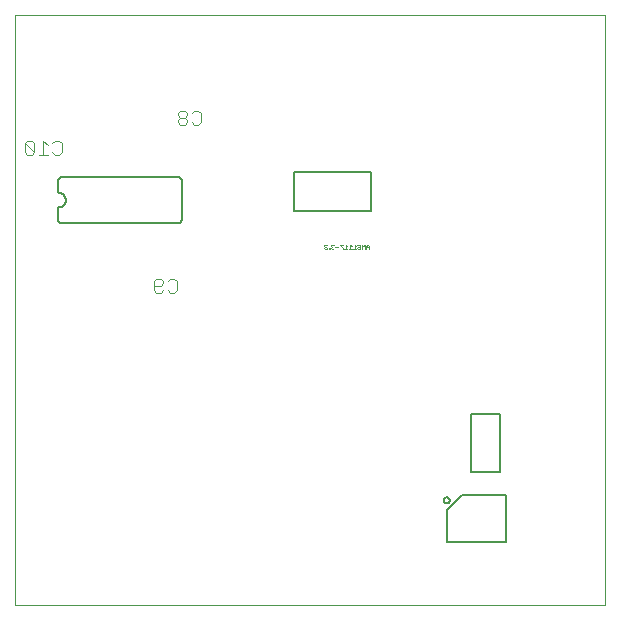
<source format=gbo>
G75*
%MOIN*%
%OFA0B0*%
%FSLAX25Y25*%
%IPPOS*%
%LPD*%
%AMOC8*
5,1,8,0,0,1.08239X$1,22.5*
%
%ADD10C,0.00000*%
%ADD11C,0.00500*%
%ADD12C,0.00800*%
%ADD13C,0.00100*%
%ADD14C,0.00400*%
D10*
X0002550Y0001000D02*
X0002550Y0197850D01*
X0199400Y0197850D01*
X0199400Y0001000D01*
X0002550Y0001000D01*
D11*
X0146707Y0022126D02*
X0146707Y0032874D01*
X0151707Y0037874D01*
X0166393Y0037874D01*
X0166393Y0022126D01*
X0146707Y0022126D01*
X0154750Y0045300D02*
X0164350Y0045300D01*
X0164350Y0064700D01*
X0154750Y0064700D01*
X0154750Y0045300D01*
D12*
X0145550Y0036000D02*
X0145552Y0036063D01*
X0145558Y0036125D01*
X0145568Y0036187D01*
X0145581Y0036249D01*
X0145599Y0036309D01*
X0145620Y0036368D01*
X0145645Y0036426D01*
X0145674Y0036482D01*
X0145706Y0036536D01*
X0145741Y0036588D01*
X0145779Y0036637D01*
X0145821Y0036685D01*
X0145865Y0036729D01*
X0145913Y0036771D01*
X0145962Y0036809D01*
X0146014Y0036844D01*
X0146068Y0036876D01*
X0146124Y0036905D01*
X0146182Y0036930D01*
X0146241Y0036951D01*
X0146301Y0036969D01*
X0146363Y0036982D01*
X0146425Y0036992D01*
X0146487Y0036998D01*
X0146550Y0037000D01*
X0146613Y0036998D01*
X0146675Y0036992D01*
X0146737Y0036982D01*
X0146799Y0036969D01*
X0146859Y0036951D01*
X0146918Y0036930D01*
X0146976Y0036905D01*
X0147032Y0036876D01*
X0147086Y0036844D01*
X0147138Y0036809D01*
X0147187Y0036771D01*
X0147235Y0036729D01*
X0147279Y0036685D01*
X0147321Y0036637D01*
X0147359Y0036588D01*
X0147394Y0036536D01*
X0147426Y0036482D01*
X0147455Y0036426D01*
X0147480Y0036368D01*
X0147501Y0036309D01*
X0147519Y0036249D01*
X0147532Y0036187D01*
X0147542Y0036125D01*
X0147548Y0036063D01*
X0147550Y0036000D01*
X0147548Y0035937D01*
X0147542Y0035875D01*
X0147532Y0035813D01*
X0147519Y0035751D01*
X0147501Y0035691D01*
X0147480Y0035632D01*
X0147455Y0035574D01*
X0147426Y0035518D01*
X0147394Y0035464D01*
X0147359Y0035412D01*
X0147321Y0035363D01*
X0147279Y0035315D01*
X0147235Y0035271D01*
X0147187Y0035229D01*
X0147138Y0035191D01*
X0147086Y0035156D01*
X0147032Y0035124D01*
X0146976Y0035095D01*
X0146918Y0035070D01*
X0146859Y0035049D01*
X0146799Y0035031D01*
X0146737Y0035018D01*
X0146675Y0035008D01*
X0146613Y0035002D01*
X0146550Y0035000D01*
X0146487Y0035002D01*
X0146425Y0035008D01*
X0146363Y0035018D01*
X0146301Y0035031D01*
X0146241Y0035049D01*
X0146182Y0035070D01*
X0146124Y0035095D01*
X0146068Y0035124D01*
X0146014Y0035156D01*
X0145962Y0035191D01*
X0145913Y0035229D01*
X0145865Y0035271D01*
X0145821Y0035315D01*
X0145779Y0035363D01*
X0145741Y0035412D01*
X0145706Y0035464D01*
X0145674Y0035518D01*
X0145645Y0035574D01*
X0145620Y0035632D01*
X0145599Y0035691D01*
X0145581Y0035751D01*
X0145568Y0035813D01*
X0145558Y0035875D01*
X0145552Y0035937D01*
X0145550Y0036000D01*
X0056750Y0128337D02*
X0018350Y0128337D01*
X0018269Y0128349D01*
X0018189Y0128364D01*
X0018110Y0128383D01*
X0018032Y0128405D01*
X0017955Y0128432D01*
X0017879Y0128461D01*
X0017805Y0128495D01*
X0017733Y0128532D01*
X0017662Y0128572D01*
X0017594Y0128616D01*
X0017527Y0128663D01*
X0017463Y0128713D01*
X0017402Y0128766D01*
X0017343Y0128822D01*
X0017286Y0128881D01*
X0017233Y0128942D01*
X0017182Y0129006D01*
X0017135Y0129072D01*
X0017091Y0129140D01*
X0017050Y0129210D01*
X0017012Y0129282D01*
X0016978Y0129356D01*
X0016948Y0129432D01*
X0016921Y0129508D01*
X0016898Y0129586D01*
X0016878Y0129665D01*
X0016863Y0129745D01*
X0016851Y0129826D01*
X0016843Y0129906D01*
X0016839Y0129988D01*
X0016838Y0130069D01*
X0016842Y0130150D01*
X0016849Y0130231D01*
X0016850Y0130281D02*
X0016850Y0133600D01*
X0017050Y0133600D02*
X0017148Y0133602D01*
X0017246Y0133608D01*
X0017344Y0133617D01*
X0017441Y0133631D01*
X0017538Y0133648D01*
X0017634Y0133669D01*
X0017729Y0133694D01*
X0017823Y0133722D01*
X0017915Y0133755D01*
X0018007Y0133790D01*
X0018097Y0133830D01*
X0018185Y0133872D01*
X0018272Y0133919D01*
X0018356Y0133968D01*
X0018439Y0134021D01*
X0018519Y0134077D01*
X0018598Y0134137D01*
X0018674Y0134199D01*
X0018747Y0134264D01*
X0018818Y0134332D01*
X0018886Y0134403D01*
X0018951Y0134476D01*
X0019013Y0134552D01*
X0019073Y0134631D01*
X0019129Y0134711D01*
X0019182Y0134794D01*
X0019231Y0134878D01*
X0019278Y0134965D01*
X0019320Y0135053D01*
X0019360Y0135143D01*
X0019395Y0135235D01*
X0019428Y0135327D01*
X0019456Y0135421D01*
X0019481Y0135516D01*
X0019502Y0135612D01*
X0019519Y0135709D01*
X0019533Y0135806D01*
X0019542Y0135904D01*
X0019548Y0136002D01*
X0019550Y0136100D01*
X0019548Y0136198D01*
X0019542Y0136296D01*
X0019533Y0136394D01*
X0019519Y0136491D01*
X0019502Y0136588D01*
X0019481Y0136684D01*
X0019456Y0136779D01*
X0019428Y0136873D01*
X0019395Y0136965D01*
X0019360Y0137057D01*
X0019320Y0137147D01*
X0019278Y0137235D01*
X0019231Y0137322D01*
X0019182Y0137406D01*
X0019129Y0137489D01*
X0019073Y0137569D01*
X0019013Y0137648D01*
X0018951Y0137724D01*
X0018886Y0137797D01*
X0018818Y0137868D01*
X0018747Y0137936D01*
X0018674Y0138001D01*
X0018598Y0138063D01*
X0018519Y0138123D01*
X0018439Y0138179D01*
X0018356Y0138232D01*
X0018272Y0138281D01*
X0018185Y0138328D01*
X0018097Y0138370D01*
X0018007Y0138410D01*
X0017915Y0138445D01*
X0017823Y0138478D01*
X0017729Y0138506D01*
X0017634Y0138531D01*
X0017538Y0138552D01*
X0017441Y0138569D01*
X0017344Y0138583D01*
X0017246Y0138592D01*
X0017148Y0138598D01*
X0017050Y0138600D01*
X0016850Y0138600D02*
X0016850Y0142556D01*
X0016851Y0142556D02*
X0016863Y0142626D01*
X0016880Y0142696D01*
X0016900Y0142764D01*
X0016923Y0142832D01*
X0016951Y0142898D01*
X0016982Y0142962D01*
X0017016Y0143024D01*
X0017054Y0143085D01*
X0017094Y0143144D01*
X0017138Y0143200D01*
X0017185Y0143253D01*
X0017235Y0143305D01*
X0017288Y0143353D01*
X0017343Y0143398D01*
X0017400Y0143441D01*
X0017460Y0143480D01*
X0017522Y0143516D01*
X0017585Y0143548D01*
X0017650Y0143577D01*
X0017717Y0143603D01*
X0017785Y0143625D01*
X0017854Y0143643D01*
X0017924Y0143657D01*
X0017995Y0143667D01*
X0018066Y0143674D01*
X0018137Y0143677D01*
X0018208Y0143676D01*
X0018280Y0143671D01*
X0018350Y0143662D01*
X0018350Y0143663D02*
X0057144Y0143663D01*
X0057144Y0143662D02*
X0057214Y0143650D01*
X0057284Y0143633D01*
X0057352Y0143613D01*
X0057419Y0143589D01*
X0057485Y0143562D01*
X0057550Y0143531D01*
X0057612Y0143497D01*
X0057673Y0143459D01*
X0057731Y0143418D01*
X0057788Y0143374D01*
X0057841Y0143327D01*
X0057892Y0143277D01*
X0057941Y0143225D01*
X0057986Y0143170D01*
X0058029Y0143112D01*
X0058068Y0143053D01*
X0058104Y0142991D01*
X0058136Y0142927D01*
X0058165Y0142862D01*
X0058191Y0142796D01*
X0058212Y0142728D01*
X0058231Y0142658D01*
X0058245Y0142589D01*
X0058255Y0142518D01*
X0058262Y0142447D01*
X0058265Y0142376D01*
X0058264Y0142304D01*
X0058259Y0142233D01*
X0058250Y0142162D01*
X0058250Y0142163D02*
X0058250Y0129837D01*
X0058248Y0129761D01*
X0058242Y0129686D01*
X0058233Y0129610D01*
X0058219Y0129535D01*
X0058202Y0129461D01*
X0058181Y0129388D01*
X0058157Y0129316D01*
X0058129Y0129246D01*
X0058097Y0129177D01*
X0058062Y0129109D01*
X0058023Y0129044D01*
X0057981Y0128980D01*
X0057936Y0128919D01*
X0057888Y0128860D01*
X0057837Y0128804D01*
X0057783Y0128750D01*
X0057727Y0128699D01*
X0057668Y0128651D01*
X0057607Y0128606D01*
X0057543Y0128564D01*
X0057478Y0128525D01*
X0057410Y0128490D01*
X0057341Y0128458D01*
X0057271Y0128430D01*
X0057199Y0128406D01*
X0057126Y0128385D01*
X0057052Y0128368D01*
X0056977Y0128354D01*
X0056901Y0128345D01*
X0056826Y0128339D01*
X0056750Y0128337D01*
X0095650Y0132500D02*
X0121450Y0132500D01*
X0121450Y0145500D01*
X0095650Y0145500D01*
X0095650Y0132500D01*
D13*
X0105973Y0121201D02*
X0105722Y0120951D01*
X0105722Y0120701D01*
X0105973Y0120451D01*
X0105722Y0120200D01*
X0105722Y0119950D01*
X0105973Y0119700D01*
X0106473Y0119700D01*
X0106723Y0119950D01*
X0107210Y0119950D02*
X0107210Y0119700D01*
X0107460Y0119700D01*
X0107460Y0119950D01*
X0107210Y0119950D01*
X0107932Y0119950D02*
X0108183Y0119700D01*
X0108683Y0119700D01*
X0108933Y0119950D01*
X0109406Y0120451D02*
X0110406Y0120451D01*
X0110879Y0120951D02*
X0111880Y0119950D01*
X0111880Y0119700D01*
X0112352Y0119700D02*
X0113353Y0119700D01*
X0113825Y0119700D02*
X0114826Y0119700D01*
X0115299Y0119700D02*
X0116299Y0119700D01*
X0115799Y0119700D02*
X0115799Y0121201D01*
X0116299Y0120701D01*
X0116772Y0120951D02*
X0117022Y0121201D01*
X0117523Y0121201D01*
X0117773Y0120951D01*
X0117773Y0120701D01*
X0117523Y0120451D01*
X0117022Y0120451D01*
X0116772Y0120200D01*
X0116772Y0119950D01*
X0117022Y0119700D01*
X0117523Y0119700D01*
X0117773Y0119950D01*
X0118245Y0119700D02*
X0118245Y0121201D01*
X0118746Y0120701D01*
X0119246Y0121201D01*
X0119246Y0119700D01*
X0119718Y0119700D02*
X0119718Y0120701D01*
X0120219Y0121201D01*
X0120719Y0120701D01*
X0120719Y0119700D01*
X0120719Y0120451D02*
X0119718Y0120451D01*
X0114826Y0120701D02*
X0114326Y0121201D01*
X0114326Y0119700D01*
X0113353Y0120701D02*
X0112853Y0121201D01*
X0112853Y0119700D01*
X0111880Y0121201D02*
X0110879Y0121201D01*
X0110879Y0120951D01*
X0108933Y0120951D02*
X0108683Y0121201D01*
X0108183Y0121201D01*
X0107932Y0120951D01*
X0107932Y0120701D01*
X0108183Y0120451D01*
X0107932Y0120200D01*
X0107932Y0119950D01*
X0108183Y0120451D02*
X0108433Y0120451D01*
X0106723Y0120951D02*
X0106473Y0121201D01*
X0105973Y0121201D01*
X0105973Y0120451D02*
X0106223Y0120451D01*
D14*
X0064558Y0161967D02*
X0063791Y0161200D01*
X0062256Y0161200D01*
X0061489Y0161967D01*
X0059954Y0161967D02*
X0059954Y0162735D01*
X0059187Y0163502D01*
X0057652Y0163502D01*
X0056885Y0162735D01*
X0056885Y0161967D01*
X0057652Y0161200D01*
X0059187Y0161200D01*
X0059954Y0161967D01*
X0059187Y0163502D02*
X0059954Y0164269D01*
X0059954Y0165037D01*
X0059187Y0165804D01*
X0057652Y0165804D01*
X0056885Y0165037D01*
X0056885Y0164269D01*
X0057652Y0163502D01*
X0061489Y0165037D02*
X0062256Y0165804D01*
X0063791Y0165804D01*
X0064558Y0165037D01*
X0064558Y0161967D01*
X0018162Y0155037D02*
X0018162Y0151967D01*
X0017394Y0151200D01*
X0015860Y0151200D01*
X0015093Y0151967D01*
X0013558Y0151200D02*
X0010489Y0151200D01*
X0012023Y0151200D02*
X0012023Y0155804D01*
X0013558Y0154269D01*
X0015093Y0155037D02*
X0015860Y0155804D01*
X0017394Y0155804D01*
X0018162Y0155037D01*
X0008954Y0155037D02*
X0008954Y0151967D01*
X0005885Y0155037D01*
X0005885Y0151967D01*
X0006652Y0151200D01*
X0008187Y0151200D01*
X0008954Y0151967D01*
X0008954Y0155037D02*
X0008187Y0155804D01*
X0006652Y0155804D01*
X0005885Y0155037D01*
X0049652Y0109804D02*
X0051187Y0109804D01*
X0051954Y0109037D01*
X0051954Y0108269D01*
X0051187Y0107502D01*
X0048885Y0107502D01*
X0048885Y0105967D02*
X0048885Y0109037D01*
X0049652Y0109804D01*
X0053489Y0109037D02*
X0054256Y0109804D01*
X0055791Y0109804D01*
X0056558Y0109037D01*
X0056558Y0105967D01*
X0055791Y0105200D01*
X0054256Y0105200D01*
X0053489Y0105967D01*
X0051954Y0105967D02*
X0051187Y0105200D01*
X0049652Y0105200D01*
X0048885Y0105967D01*
M02*

</source>
